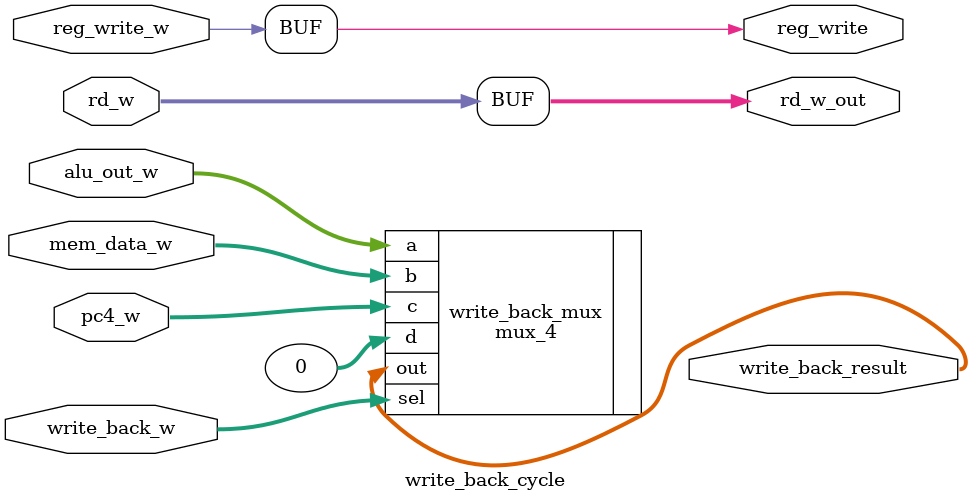
<source format=sv>
module write_back_cycle(
    //control signals
    input logic reg_write_w,
    input logic [1:0] write_back_w,

    input logic [31:0] alu_out_w,
    input logic [31:0] mem_data_w,
    input logic [31:0] pc4_w,
    input logic [4:0] rd_w,

    output logic [31:0] write_back_result,
    output logic reg_write,
    output logic [4:0] rd_w_out
);

mux_4 write_back_mux(
    .a(alu_out_w),
    .b(mem_data_w),
    .c(pc4_w),
    .d(32'b0),
    .sel(write_back_w),
    .out(write_back_result)
);

always_comb begin
    reg_write=reg_write_w;
    rd_w_out=rd_w;
end





endmodule

</source>
